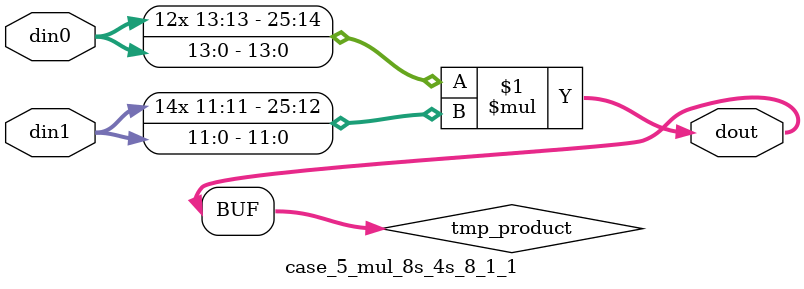
<source format=v>

`timescale 1 ns / 1 ps

 module case_5_mul_8s_4s_8_1_1(din0, din1, dout);
parameter ID = 1;
parameter NUM_STAGE = 0;
parameter din0_WIDTH = 14;
parameter din1_WIDTH = 12;
parameter dout_WIDTH = 26;

input [din0_WIDTH - 1 : 0] din0; 
input [din1_WIDTH - 1 : 0] din1; 
output [dout_WIDTH - 1 : 0] dout;

wire signed [dout_WIDTH - 1 : 0] tmp_product;



























assign tmp_product = $signed(din0) * $signed(din1);








assign dout = tmp_product;





















endmodule

</source>
